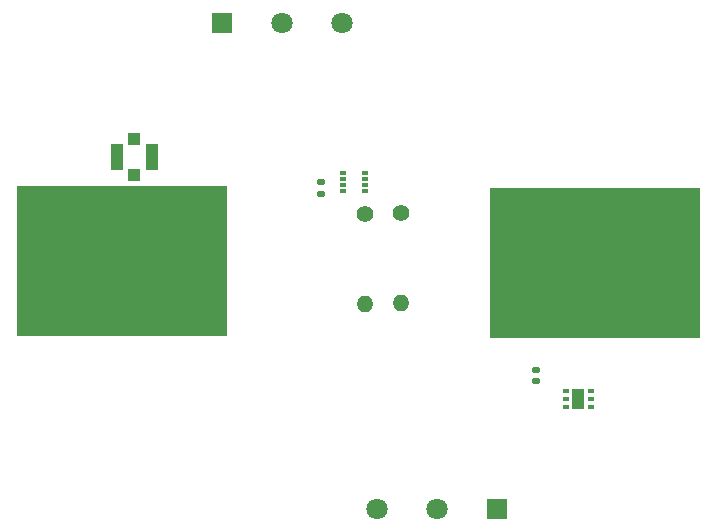
<source format=gts>
G04 #@! TF.GenerationSoftware,KiCad,Pcbnew,7.0.2*
G04 #@! TF.CreationDate,2023-06-06T15:13:29-04:00*
G04 #@! TF.ProjectId,baseplate,62617365-706c-4617-9465-2e6b69636164,rev?*
G04 #@! TF.SameCoordinates,Original*
G04 #@! TF.FileFunction,Soldermask,Top*
G04 #@! TF.FilePolarity,Negative*
%FSLAX46Y46*%
G04 Gerber Fmt 4.6, Leading zero omitted, Abs format (unit mm)*
G04 Created by KiCad (PCBNEW 7.0.2) date 2023-06-06 15:13:29*
%MOMM*%
%LPD*%
G01*
G04 APERTURE LIST*
G04 Aperture macros list*
%AMRoundRect*
0 Rectangle with rounded corners*
0 $1 Rounding radius*
0 $2 $3 $4 $5 $6 $7 $8 $9 X,Y pos of 4 corners*
0 Add a 4 corners polygon primitive as box body*
4,1,4,$2,$3,$4,$5,$6,$7,$8,$9,$2,$3,0*
0 Add four circle primitives for the rounded corners*
1,1,$1+$1,$2,$3*
1,1,$1+$1,$4,$5*
1,1,$1+$1,$6,$7*
1,1,$1+$1,$8,$9*
0 Add four rect primitives between the rounded corners*
20,1,$1+$1,$2,$3,$4,$5,0*
20,1,$1+$1,$4,$5,$6,$7,0*
20,1,$1+$1,$6,$7,$8,$9,0*
20,1,$1+$1,$8,$9,$2,$3,0*%
G04 Aperture macros list end*
%ADD10R,1.800000X1.800000*%
%ADD11C,1.800000*%
%ADD12R,17.780000X12.700000*%
%ADD13R,0.620000X0.300000*%
%ADD14R,0.600000X0.350000*%
%ADD15R,1.100000X1.700000*%
%ADD16R,1.000000X1.000000*%
%ADD17R,1.050000X2.200000*%
%ADD18RoundRect,0.140000X0.170000X-0.140000X0.170000X0.140000X-0.170000X0.140000X-0.170000X-0.140000X0*%
%ADD19C,1.400000*%
%ADD20O,1.400000X1.400000*%
G04 APERTURE END LIST*
D10*
X108700000Y-83480000D03*
D11*
X103620000Y-83480000D03*
X98540000Y-83480000D03*
D12*
X117040000Y-62660000D03*
D13*
X95690000Y-55050000D03*
X95690000Y-55550000D03*
X95690000Y-56050000D03*
X95690000Y-56550000D03*
X97510000Y-56550000D03*
X97510000Y-56050000D03*
X97510000Y-55550000D03*
X97510000Y-55050000D03*
D14*
X114530000Y-73535000D03*
X114530000Y-74185000D03*
X114530000Y-74835000D03*
X116630000Y-74835000D03*
X116630000Y-74185000D03*
X116630000Y-73535000D03*
D15*
X115580000Y-74185000D03*
D10*
X85450000Y-42390000D03*
D11*
X90530000Y-42390000D03*
X95610000Y-42390000D03*
D16*
X78000000Y-55200000D03*
D17*
X76525000Y-53700000D03*
D16*
X78000000Y-52200000D03*
D17*
X79475000Y-53700000D03*
D18*
X111990000Y-72710000D03*
X111990000Y-71750000D03*
X93780000Y-56810000D03*
X93780000Y-55850000D03*
D12*
X76960000Y-62490000D03*
D19*
X97540000Y-58570000D03*
D20*
X97540000Y-66190000D03*
D19*
X100580000Y-58430000D03*
D20*
X100580000Y-66050000D03*
M02*

</source>
